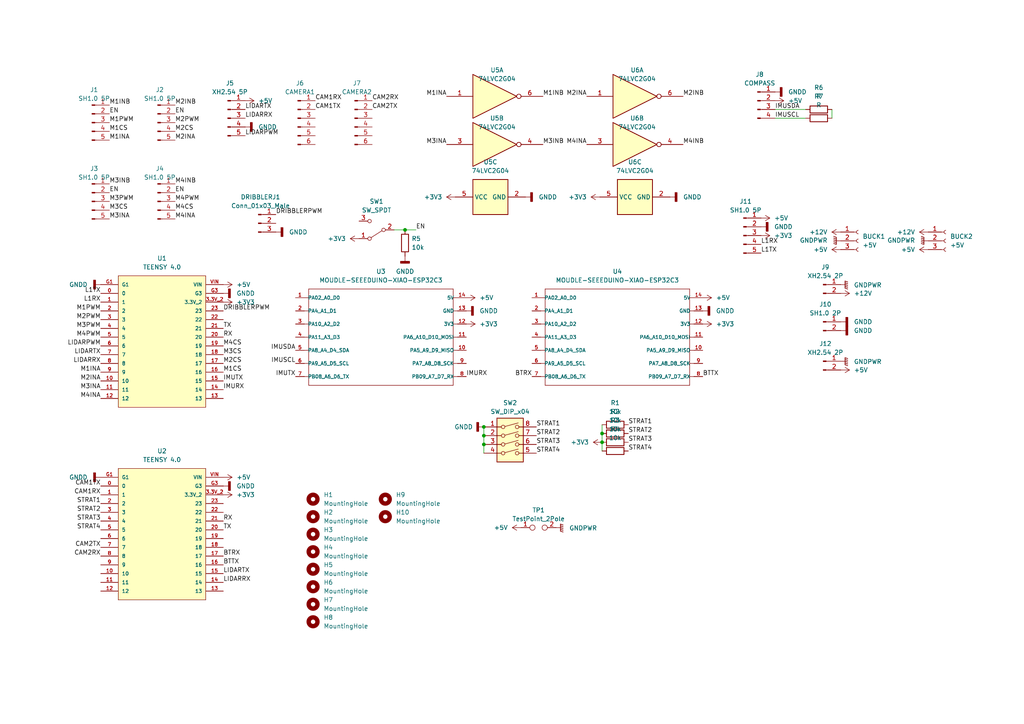
<source format=kicad_sch>
(kicad_sch (version 20230121) (generator eeschema)
  (paper "A4")
  (title_block (title "layer 3 schematic drawing") (date "2023-11-16") (company "ducc. Robotics"))
  (lib_symbols
    (symbol "+12V_1" (power) (pin_names (offset 0))
      (property "Value" "+12V_1" (at 0 3.556 0))
      (symbol "+12V_1_0_1"
        (polyline (pts (xy -0.762 1.27) (xy 0 2.54)))
        (polyline (pts (xy 0 0) (xy 0 2.54)))
        (polyline (pts (xy 0 2.54) (xy 0.762 1.27)))
      )
      (symbol "+12V_1_1_1"
        (pin power_in line (at 0 0 90) (length 0) hide (name "+12V") (number "1"))
      )
    )
    (symbol "+12V_2" (power) (pin_names (offset 0))
      (property "Value" "+12V_2" (at 0 3.556 0))
      (symbol "+12V_2_0_1"
        (polyline (pts (xy -0.762 1.27) (xy 0 2.54)))
        (polyline (pts (xy 0 0) (xy 0 2.54)))
        (polyline (pts (xy 0 2.54) (xy 0.762 1.27)))
      )
      (symbol "+12V_2_1_1"
        (pin power_in line (at 0 0 90) (length 0) hide (name "+12V") (number "1"))
      )
    )
    (symbol "+3V3_1" (power) (pin_names (offset 0))
      (property "Value" "+3V3_1" (at 0 3.556 0))
      (symbol "+3V3_1_0_1"
        (polyline (pts (xy -0.762 1.27) (xy 0 2.54)))
        (polyline (pts (xy 0 0) (xy 0 2.54)))
        (polyline (pts (xy 0 2.54) (xy 0.762 1.27)))
      )
      (symbol "+3V3_1_1_1"
        (pin power_in line (at 0 0 90) (length 0) hide (name "+3V3") (number "1"))
      )
    )
    (symbol "+3V3_2" (power) (pin_names (offset 0))
      (property "Value" "+3V3_2" (at 0 3.556 0))
      (symbol "+3V3_2_0_1"
        (polyline (pts (xy -0.762 1.27) (xy 0 2.54)))
        (polyline (pts (xy 0 0) (xy 0 2.54)))
        (polyline (pts (xy 0 2.54) (xy 0.762 1.27)))
      )
      (symbol "+3V3_2_1_1"
        (pin power_in line (at 0 0 90) (length 0) hide (name "+3V3") (number "1"))
      )
    )
    (symbol "+3V3_3" (power) (pin_names (offset 0))
      (property "Value" "+3V3_3" (at 0 3.556 0))
      (symbol "+3V3_3_0_1"
        (polyline (pts (xy -0.762 1.27) (xy 0 2.54)))
        (polyline (pts (xy 0 0) (xy 0 2.54)))
        (polyline (pts (xy 0 2.54) (xy 0.762 1.27)))
      )
      (symbol "+3V3_3_1_1"
        (pin power_in line (at 0 0 90) (length 0) hide (name "+3V3") (number "1"))
      )
    )
    (symbol "+3V3_4" (power) (pin_names (offset 0))
      (property "Value" "+3V3_4" (at 0 3.556 0))
      (symbol "+3V3_4_0_1"
        (polyline (pts (xy -0.762 1.27) (xy 0 2.54)))
        (polyline (pts (xy 0 0) (xy 0 2.54)))
        (polyline (pts (xy 0 2.54) (xy 0.762 1.27)))
      )
      (symbol "+3V3_4_1_1"
        (pin power_in line (at 0 0 90) (length 0) hide (name "+3V3") (number "1"))
      )
    )
    (symbol "+5V_1" (power) (pin_names (offset 0))
      (property "Value" "+5V_1" (at 0 3.556 0))
      (symbol "+5V_1_0_1"
        (polyline (pts (xy -0.762 1.27) (xy 0 2.54)))
        (polyline (pts (xy 0 0) (xy 0 2.54)))
        (polyline (pts (xy 0 2.54) (xy 0.762 1.27)))
      )
      (symbol "+5V_1_1_1"
        (pin power_in line (at 0 0 90) (length 0) hide (name "+5V") (number "1"))
      )
    )
    (symbol "+5V_2" (power) (pin_names (offset 0))
      (property "Value" "+5V_2" (at 0 3.556 0))
      (symbol "+5V_2_0_1"
        (polyline (pts (xy -0.762 1.27) (xy 0 2.54)))
        (polyline (pts (xy 0 0) (xy 0 2.54)))
        (polyline (pts (xy 0 2.54) (xy 0.762 1.27)))
      )
      (symbol "+5V_2_1_1"
        (pin power_in line (at 0 0 90) (length 0) hide (name "+5V") (number "1"))
      )
    )
    (symbol "+5V_3" (power) (pin_names (offset 0))
      (property "Value" "+5V_3" (at 0 3.556 0))
      (symbol "+5V_3_0_1"
        (polyline (pts (xy -0.762 1.27) (xy 0 2.54)))
        (polyline (pts (xy 0 0) (xy 0 2.54)))
        (polyline (pts (xy 0 2.54) (xy 0.762 1.27)))
      )
      (symbol "+5V_3_1_1"
        (pin power_in line (at 0 0 90) (length 0) hide (name "+5V") (number "1"))
      )
    )
    (symbol "+5V_4" (power) (pin_names (offset 0))
      (property "Value" "+5V_4" (at 0 3.556 0))
      (symbol "+5V_4_0_1"
        (polyline (pts (xy -0.762 1.27) (xy 0 2.54)))
        (polyline (pts (xy 0 0) (xy 0 2.54)))
        (polyline (pts (xy 0 2.54) (xy 0.762 1.27)))
      )
      (symbol "+5V_4_1_1"
        (pin power_in line (at 0 0 90) (length 0) hide (name "+5V") (number "1"))
      )
    )
    (symbol "74xGxx:74LVC2G04"
      (property "Reference" "U" (at 0 7.62 0))
      (property "Value" "74LVC2G04" (at 2.54 -7.62 0))
      (symbol "74LVC2G04_1_1"
        (polyline (pts (xy -7.62 6.35) (xy -7.62 -6.35) (xy 5.08 0) (xy -7.62 6.35)) (stroke (width 0.254)) (fill (type background)))
        (pin input line (at -15.24 0 0) (length 7.62) (name "~") (number "1"))
        (pin output inverted (at 12.7 0 180) (length 7.62) (name "~") (number "6"))
      )
      (symbol "74LVC2G04_2_1"
        (polyline (pts (xy -7.62 6.35) (xy -7.62 -6.35) (xy 5.08 0) (xy -7.62 6.35)) (stroke (width 0.254)) (fill (type background)))
        (pin input line (at -15.24 0 0) (length 7.62) (name "~") (number "3"))
        (pin output inverted (at 12.7 0 180) (length 7.62) (name "~") (number "4"))
      )
      (symbol "74LVC2G04_3_0"
        (rectangle (start -5.08 -5.08) (end 5.08 5.08) (stroke (width 0.254)) (fill (type background)))
      )
      (symbol "74LVC2G04_3_1"
        (pin power_in line (at 0 -10.16 90) (length 5.08) (name "GND") (number "2"))
        (pin power_in line (at 0 10.16 270) (length 5.08) (name "VCC") (number "5"))
      )
    )
    (symbol "Connector:Conn_01x02_Pin" (pin_names (offset 1.016) hide)
      (property "Reference" "J" (at 0 2.54 0))
      (property "Value" "Conn_01x02_Pin" (at 0 -5.08 0))
      (symbol "Conn_01x02_Pin_1_1"
        (polyline (pts (xy 1.27 -2.54) (xy 0.8636 -2.54)) (stroke (width 0.1524)))
        (polyline (pts (xy 1.27 0) (xy 0.8636 0)) (stroke (width 0.1524)))
        (rectangle (start 0.8636 -2.413) (end 0 -2.667) (stroke (width 0.1524)) (fill (type outline)))
        (rectangle (start 0.8636 0.127) (end 0 -0.127) (stroke (width 0.1524)) (fill (type outline)))
        (pin passive line (at 5.08 0 180) (length 3.81) (name "Pin_1") (number "1"))
        (pin passive line (at 5.08 -2.54 180) (length 3.81) (name "Pin_2") (number "2"))
      )
    )
    (symbol "Connector:Conn_01x03_Female" (pin_names (offset 1.016) hide)
      (property "Reference" "J" (at 0 5.08 0))
      (property "Value" "Conn_01x03_Female" (at 0 -5.08 0))
      (symbol "Conn_01x03_Female_1_1"
        (arc (start 0 -2.032) (mid -0.5058 -2.54) (end 0 -3.048) (stroke (width 0.1524)))
        (polyline (pts (xy -1.27 -2.54) (xy -0.508 -2.54)) (stroke (width 0.1524)))
        (polyline (pts (xy -1.27 0) (xy -0.508 0)) (stroke (width 0.1524)))
        (polyline (pts (xy -1.27 2.54) (xy -0.508 2.54)) (stroke (width 0.1524)))
        (arc (start 0 0.508) (mid -0.5058 0) (end 0 -0.508) (stroke (width 0.1524)))
        (arc (start 0 3.048) (mid -0.5058 2.54) (end 0 2.032) (stroke (width 0.1524)))
        (pin passive line (at -5.08 2.54 0) (length 3.81) (name "Pin_1") (number "1"))
        (pin passive line (at -5.08 0 0) (length 3.81) (name "Pin_2") (number "2"))
        (pin passive line (at -5.08 -2.54 0) (length 3.81) (name "Pin_3") (number "3"))
      )
    )
    (symbol "Connector:Conn_01x03_Male" (pin_names (offset 1.016) hide)
      (property "Reference" "J" (at 0 5.08 0))
      (property "Value" "Conn_01x03_Male" (at 0 -5.08 0))
      (symbol "Conn_01x03_Male_1_1"
        (polyline (pts (xy 1.27 -2.54) (xy 0.8636 -2.54)) (stroke (width 0.1524)))
        (polyline (pts (xy 1.27 0) (xy 0.8636 0)) (stroke (width 0.1524)))
        (polyline (pts (xy 1.27 2.54) (xy 0.8636 2.54)) (stroke (width 0.1524)))
        (rectangle (start 0.8636 -2.413) (end 0 -2.667) (stroke (width 0.1524)) (fill (type outline)))
        (rectangle (start 0.8636 0.127) (end 0 -0.127) (stroke (width 0.1524)) (fill (type outline)))
        (rectangle (start 0.8636 2.667) (end 0 2.413) (stroke (width 0.1524)) (fill (type outline)))
        (pin passive line (at 5.08 2.54 180) (length 3.81) (name "Pin_1") (number "1"))
        (pin passive line (at 5.08 0 180) (length 3.81) (name "Pin_2") (number "2"))
        (pin passive line (at 5.08 -2.54 180) (length 3.81) (name "Pin_3") (number "3"))
      )
    )
    (symbol "Connector:Conn_01x04_Pin" (pin_names (offset 1.016) hide)
      (property "Reference" "J" (at 0 5.08 0))
      (property "Value" "Conn_01x04_Pin" (at 0 -7.62 0))
      (symbol "Conn_01x04_Pin_1_1"
        (polyline (pts (xy 1.27 -5.08) (xy 0.8636 -5.08)) (stroke (width 0.1524)))
        (polyline (pts (xy 1.27 -2.54) (xy 0.8636 -2.54)) (stroke (width 0.1524)))
        (polyline (pts (xy 1.27 0) (xy 0.8636 0)) (stroke (width 0.1524)))
        (polyline (pts (xy 1.27 2.54) (xy 0.8636 2.54)) (stroke (width 0.1524)))
        (rectangle (start 0.8636 -4.953) (end 0 -5.207) (stroke (width 0.1524)) (fill (type outline)))
        (rectangle (start 0.8636 -2.413) (end 0 -2.667) (stroke (width 0.1524)) (fill (type outline)))
        (rectangle (start 0.8636 0.127) (end 0 -0.127) (stroke (width 0.1524)) (fill (type outline)))
        (rectangle (start 0.8636 2.667) (end 0 2.413) (stroke (width 0.1524)) (fill (type outline)))
        (pin passive line (at 5.08 2.54 180) (length 3.81) (name "Pin_1") (number "1"))
        (pin passive line (at 5.08 0 180) (length 3.81) (name "Pin_2") (number "2"))
        (pin passive line (at 5.08 -2.54 180) (length 3.81) (name "Pin_3") (number "3"))
        (pin passive line (at 5.08 -5.08 180) (length 3.81) (name "Pin_4") (number "4"))
      )
    )
    (symbol "Connector:Conn_01x05_Male" (pin_names (offset 1.016) hide)
      (property "Reference" "J" (at 0 7.62 0))
      (property "Value" "Conn_01x05_Male" (at 0 -7.62 0))
      (symbol "Conn_01x05_Male_1_1"
        (polyline (pts (xy 1.27 -5.08) (xy 0.8636 -5.08)) (stroke (width 0.1524)))
        (polyline (pts (xy 1.27 -2.54) (xy 0.8636 -2.54)) (stroke (width 0.1524)))
        (polyline (pts (xy 1.27 0) (xy 0.8636 0)) (stroke (width 0.1524)))
        (polyline (pts (xy 1.27 2.54) (xy 0.8636 2.54)) (stroke (width 0.1524)))
        (polyline (pts (xy 1.27 5.08) (xy 0.8636 5.08)) (stroke (width 0.1524)))
        (rectangle (start 0.8636 -4.953) (end 0 -5.207) (stroke (width 0.1524)) (fill (type outline)))
        (rectangle (start 0.8636 -2.413) (end 0 -2.667) (stroke (width 0.1524)) (fill (type outline)))
        (rectangle (start 0.8636 0.127) (end 0 -0.127) (stroke (width 0.1524)) (fill (type outline)))
        (rectangle (start 0.8636 2.667) (end 0 2.413) (stroke (width 0.1524)) (fill (type outline)))
        (rectangle (start 0.8636 5.207) (end 0 4.953) (stroke (width 0.1524)) (fill (type outline)))
        (pin passive line (at 5.08 5.08 180) (length 3.81) (name "Pin_1") (number "1"))
        (pin passive line (at 5.08 2.54 180) (length 3.81) (name "Pin_2") (number "2"))
        (pin passive line (at 5.08 0 180) (length 3.81) (name "Pin_3") (number "3"))
        (pin passive line (at 5.08 -2.54 180) (length 3.81) (name "Pin_4") (number "4"))
        (pin passive line (at 5.08 -5.08 180) (length 3.81) (name "Pin_5") (number "5"))
      )
    )
    (symbol "Connector:Conn_01x05_Pin" (pin_names (offset 1.016) hide)
      (property "Reference" "J" (at 0 7.62 0))
      (property "Value" "Conn_01x05_Pin" (at 0 -7.62 0))
      (symbol "Conn_01x05_Pin_1_1"
        (polyline (pts (xy 1.27 -5.08) (xy 0.8636 -5.08)) (stroke (width 0.1524)))
        (polyline (pts (xy 1.27 -2.54) (xy 0.8636 -2.54)) (stroke (width 0.1524)))
        (polyline (pts (xy 1.27 0) (xy 0.8636 0)) (stroke (width 0.1524)))
        (polyline (pts (xy 1.27 2.54) (xy 0.8636 2.54)) (stroke (width 0.1524)))
        (polyline (pts (xy 1.27 5.08) (xy 0.8636 5.08)) (stroke (width 0.1524)))
        (rectangle (start 0.8636 -4.953) (end 0 -5.207) (stroke (width 0.1524)) (fill (type outline)))
        (rectangle (start 0.8636 -2.413) (end 0 -2.667) (stroke (width 0.1524)) (fill (type outline)))
        (rectangle (start 0.8636 0.127) (end 0 -0.127) (stroke (width 0.1524)) (fill (type outline)))
        (rectangle (start 0.8636 2.667) (end 0 2.413) (stroke (width 0.1524)) (fill (type outline)))
        (rectangle (start 0.8636 5.207) (end 0 4.953) (stroke (width 0.1524)) (fill (type outline)))
        (pin passive line (at 5.08 5.08 180) (length 3.81) (name "Pin_1") (number "1"))
        (pin passive line (at 5.08 2.54 180) (length 3.81) (name "Pin_2") (number "2"))
        (pin passive line (at 5.08 0 180) (length 3.81) (name "Pin_3") (number "3"))
        (pin passive line (at 5.08 -2.54 180) (length 3.81) (name "Pin_4") (number "4"))
        (pin passive line (at 5.08 -5.08 180) (length 3.81) (name "Pin_5") (number "5"))
      )
    )
    (symbol "Connector:Conn_01x06_Male" (pin_names (offset 1.016) hide)
      (property "Reference" "J" (at 0 7.62 0))
      (property "Value" "Conn_01x06_Male" (at 0 -10.16 0))
      (symbol "Conn_01x06_Male_1_1"
        (polyline (pts (xy 1.27 -7.62) (xy 0.8636 -7.62)) (stroke (width 0.1524)))
        (polyline (pts (xy 1.27 -5.08) (xy 0.8636 -5.08)) (stroke (width 0.1524)))
        (polyline (pts (xy 1.27 -2.54) (xy 0.8636 -2.54)) (stroke (width 0.1524)))
        (polyline (pts (xy 1.27 0) (xy 0.8636 0)) (stroke (width 0.1524)))
        (polyline (pts (xy 1.27 2.54) (xy 0.8636 2.54)) (stroke (width 0.1524)))
        (polyline (pts (xy 1.27 5.08) (xy 0.8636 5.08)) (stroke (width 0.1524)))
        (rectangle (start 0.8636 -7.493) (end 0 -7.747) (stroke (width 0.1524)) (fill (type outline)))
        (rectangle (start 0.8636 -4.953) (end 0 -5.207) (stroke (width 0.1524)) (fill (type outline)))
        (rectangle (start 0.8636 -2.413) (end 0 -2.667) (stroke (width 0.1524)) (fill (type outline)))
        (rectangle (start 0.8636 0.127) (end 0 -0.127) (stroke (width 0.1524)) (fill (type outline)))
        (rectangle (start 0.8636 2.667) (end 0 2.413) (stroke (width 0.1524)) (fill (type outline)))
        (rectangle (start 0.8636 5.207) (end 0 4.953) (stroke (width 0.1524)) (fill (type outline)))
        (pin passive line (at 5.08 5.08 180) (length 3.81) (name "Pin_1") (number "1"))
        (pin passive line (at 5.08 2.54 180) (length 3.81) (name "Pin_2") (number "2"))
        (pin passive line (at 5.08 0 180) (length 3.81) (name "Pin_3") (number "3"))
        (pin passive line (at 5.08 -2.54 180) (length 3.81) (name "Pin_4") (number "4"))
        (pin passive line (at 5.08 -5.08 180) (length 3.81) (name "Pin_5") (number "5"))
        (pin passive line (at 5.08 -7.62 180) (length 3.81) (name "Pin_6") (number "6"))
      )
    )
    (symbol "Connector:TestPoint_2Pole" (pin_names (offset 0.762) hide)
      (property "Reference" "TP" (at 0 1.524 0))
      (property "Value" "TestPoint_2Pole" (at 0 -1.778 0))
      (symbol "TestPoint_2Pole_0_1"
        (circle (center -1.778 0) (radius 0.762))
        (circle (center 1.778 0) (radius 0.762))
        (pin passive line (at -5.08 0 0) (length 2.54) (name "1") (number "1"))
        (pin passive line (at 5.08 0 180) (length 2.54) (name "2") (number "2"))
      )
    )
    (symbol "DEV-15583:DEV-15583" (pin_names (offset 1.016))
      (property "Reference" "U" (at -12.7 23.622 0))
      (property "Value" "DEV-15583" (at -12.7 -17.78 0))
      (symbol "DEV-15583_0_0"
        (rectangle (start -12.7 22.86) (end 12.7 -15.24) (stroke (width 0.1524)) (fill (type background)))
        (pin bidirectional line (at -17.78 17.78 0) (length 5.08) (name "0") (number "0"))
        (pin bidirectional line (at -17.78 15.24 0) (length 5.08) (name "1") (number "1"))
        (pin bidirectional line (at -17.78 -7.62 0) (length 5.08) (name "10") (number "10"))
        (pin bidirectional line (at -17.78 -10.16 0) (length 5.08) (name "11") (number "11"))
        (pin bidirectional line (at -17.78 -12.7 0) (length 5.08) (name "12") (number "12"))
        (pin bidirectional line (at 17.78 -12.7 180) (length 5.08) (name "13") (number "13"))
        (pin bidirectional line (at 17.78 -10.16 180) (length 5.08) (name "14") (number "14"))
        (pin bidirectional line (at 17.78 -7.62 180) (length 5.08) (name "15") (number "15"))
        (pin bidirectional line (at 17.78 -5.08 180) (length 5.08) (name "16") (number "16"))
        (pin bidirectional line (at 17.78 -2.54 180) (length 5.08) (name "17") (number "17"))
        (pin bidirectional line (at 17.78 0 180) (length 5.08) (name "18") (number "18"))
        (pin bidirectional line (at 17.78 2.54 180) (length 5.08) (name "19") (number "19"))
        (pin bidirectional line (at -17.78 12.7 0) (length 5.08) (name "2") (number "2"))
        (pin bidirectional line (at 17.78 5.08 180) (length 5.08) (name "20") (number "20"))
        (pin bidirectional line (at 17.78 7.62 180) (length 5.08) (name "21") (number "21"))
        (pin bidirectional line (at 17.78 10.16 180) (length 5.08) (name "22") (number "22"))
        (pin bidirectional line (at 17.78 12.7 180) (length 5.08) (name "23") (number "23"))
        (pin bidirectional line (at -17.78 10.16 0) (length 5.08) (name "3") (number "3"))
        (pin power_in line (at 17.78 15.24 180) (length 5.08) (name "3.3V_2") (number "3.3V_2"))
        (pin bidirectional line (at -17.78 7.62 0) (length 5.08) (name "4") (number "4"))
        (pin bidirectional line (at -17.78 5.08 0) (length 5.08) (name "5") (number "5"))
        (pin bidirectional line (at -17.78 2.54 0) (length 5.08) (name "6") (number "6"))
        (pin bidirectional line (at -17.78 0 0) (length 5.08) (name "7") (number "7"))
        (pin bidirectional line (at -17.78 -2.54 0) (length 5.08) (name "8") (number "8"))
        (pin bidirectional line (at -17.78 -5.08 0) (length 5.08) (name "9") (number "9"))
        (pin power_in line (at -17.78 20.32 0) (length 5.08) (name "G1") (number "G1"))
        (pin power_in line (at 17.78 17.78 180) (length 5.08) (name "G3") (number "G3"))
        (pin power_in line (at 17.78 20.32 180) (length 5.08) (name "VIN") (number "VIN"))
      )
    )
    (symbol "Device:R" (pin_numbers hide) (pin_names (offset 0))
      (property "Reference" "R" (at 2.032 0 90))
      (property "Value" "R" (at 0 0 90))
      (symbol "R_0_1"
        (rectangle (start -1.016 -2.54) (end 1.016 2.54) (stroke (width 0.254)))
      )
      (symbol "R_1_1"
        (pin passive line (at 0 3.81 270) (length 1.27) (name "~") (number "1"))
        (pin passive line (at 0 -3.81 90) (length 1.27) (name "~") (number "2"))
      )
    )
    (symbol "MOUDLE-SEEEDUINO-XIAO-ESP32C3:MOUDLE-SEEEDUINO-XIAO-ESP32C3" (pin_names (offset 1.016))
      (property "Reference" "U" (at -21.59 15.24 0))
      (property "Value" "MOUDLE-SEEEDUINO-XIAO-ESP32C3" (at -21.59 13.97 0))
      (symbol "MOUDLE-SEEEDUINO-XIAO-ESP32C3_0_0"
        (polyline (pts (xy -21.59 -13.97) (xy -21.59 0)) (stroke (width 0.1524)))
        (polyline (pts (xy -21.59 -11.43) (xy -22.86 -11.43)) (stroke (width 0.1524)))
        (polyline (pts (xy -21.59 -7.62) (xy -22.86 -7.62)) (stroke (width 0.1524)))
        (polyline (pts (xy -21.59 -3.81) (xy -22.86 -3.81)) (stroke (width 0.1524)))
        (polyline (pts (xy -21.59 0) (xy -22.86 0)) (stroke (width 0.1524)))
        (polyline (pts (xy -21.59 0) (xy -21.59 3.81)) (stroke (width 0.1524)))
        (polyline (pts (xy -21.59 3.81) (xy -22.86 3.81)) (stroke (width 0.1524)))
        (polyline (pts (xy -21.59 3.81) (xy -21.59 7.62)) (stroke (width 0.1524)))
        (polyline (pts (xy -21.59 7.62) (xy -22.86 7.62)) (stroke (width 0.1524)))
        (polyline (pts (xy -21.59 7.62) (xy -21.59 11.43)) (stroke (width 0.1524)))
        (polyline (pts (xy -21.59 11.43) (xy -22.86 11.43)) (stroke (width 0.1524)))
        (polyline (pts (xy -21.59 11.43) (xy -21.59 13.97)) (stroke (width 0.1524)))
        (polyline (pts (xy -21.59 13.97) (xy 20.32 13.97)) (stroke (width 0.1524)))
        (polyline (pts (xy 20.32 -13.97) (xy -21.59 -13.97)) (stroke (width 0.1524)))
        (polyline (pts (xy 20.32 3.81) (xy 20.32 -13.97)) (stroke (width 0.1524)))
        (polyline (pts (xy 20.32 7.62) (xy 20.32 3.81)) (stroke (width 0.1524)))
        (polyline (pts (xy 20.32 11.43) (xy 20.32 7.62)) (stroke (width 0.1524)))
        (polyline (pts (xy 20.32 13.97) (xy 20.32 11.43)) (stroke (width 0.1524)))
        (polyline (pts (xy 21.59 -11.43) (xy 20.32 -11.43)) (stroke (width 0.1524)))
        (polyline (pts (xy 21.59 -7.62) (xy 20.32 -7.62)) (stroke (width 0.1524)))
        (polyline (pts (xy 21.59 -3.81) (xy 20.32 -3.81)) (stroke (width 0.1524)))
        (polyline (pts (xy 21.59 0) (xy 20.32 0)) (stroke (width 0.1524)))
        (polyline (pts (xy 21.59 3.81) (xy 20.32 3.81)) (stroke (width 0.1524)))
        (polyline (pts (xy 21.59 7.62) (xy 20.32 7.62)) (stroke (width 0.1524)))
        (polyline (pts (xy 21.59 11.43) (xy 20.32 11.43)) (stroke (width 0.1524)))
        (pin bidirectional line (at -25.4 11.43 0) (length 2.54) (name "PA02_A0_D0") (number "1"))
        (pin bidirectional line (at 24.13 -3.81 180) (length 2.54) (name "PA5_A9_D9_MISO") (number "10"))
        (pin bidirectional line (at 24.13 0 180) (length 2.54) (name "PA6_A10_D10_MOSI") (number "11"))
        (pin bidirectional line (at 24.13 3.81 180) (length 2.54) (name "3V3") (number "12"))
        (pin bidirectional line (at 24.13 7.62 180) (length 2.54) (name "GND") (number "13"))
        (pin bidirectional line (at 24.13 11.43 180) (length 2.54) (name "5V") (number "14"))
        (pin bidirectional line (at -25.4 7.62 0) (length 2.54) (name "PA4_A1_D1") (number "2"))
        (pin bidirectional line (at -25.4 3.81 0) (length 2.54) (name "PA10_A2_D2") (number "3"))
        (pin bidirectional line (at -25.4 0 0) (length 2.54) (name "PA11_A3_D3") (number "4"))
        (pin bidirectional line (at -25.4 -3.81 0) (length 2.54) (name "PA8_A4_D4_SDA") (number "5"))
        (pin bidirectional line (at -25.4 -7.62 0) (length 2.54) (name "PA9_A5_D5_SCL") (number "6"))
        (pin bidirectional line (at -25.4 -11.43 0) (length 2.54) (name "PB08_A6_D6_TX") (number "7"))
        (pin bidirectional line (at 24.13 -11.43 180) (length 2.54) (name "PB09_A7_D7_RX") (number "8"))
        (pin bidirectional line (at 24.13 -7.62 180) (length 2.54) (name "PA7_A8_D8_SCK") (number "9"))
      )
    )
    (symbol "Mechanical:MountingHole" (pin_names (offset 1.016))
      (property "Reference" "H" (at 0 5.08 0))
      (property "Value" "MountingHole" (at 0 3.175 0))
      (symbol "MountingHole_0_1"
        (circle (center 0 0) (radius 1.27) (stroke (width 1.27)))
      )
    )
    (symbol "Switch:SW_DIP_x04" (pin_names (offset 0) hide)
      (property "Reference" "SW" (at 0 8.89 0))
      (property "Value" "SW_DIP_x04" (at 0 -6.35 0))
      (symbol "SW_DIP_x04_0_0"
        (circle (center -2.032 -2.54) (radius 0.508))
        (circle (center -2.032 0) (radius 0.508))
        (circle (center -2.032 2.54) (radius 0.508))
        (circle (center -2.032 5.08) (radius 0.508))
        (polyline (pts (xy -1.524 -2.3876) (xy 2.3622 -1.3462)))
        (polyline (pts (xy -1.524 0.127) (xy 2.3622 1.1684)))
        (polyline (pts (xy -1.524 2.667) (xy 2.3622 3.7084)))
        (polyline (pts (xy -1.524 5.207) (xy 2.3622 6.2484)))
        (circle (center 2.032 -2.54) (radius 0.508))
        (circle (center 2.032 0) (radius 0.508))
        (circle (center 2.032 2.54) (radius 0.508))
        (circle (center 2.032 5.08) (radius 0.508))
      )
      (symbol "SW_DIP_x04_0_1"
        (rectangle (start -3.81 7.62) (end 3.81 -5.08) (stroke (width 0.254)) (fill (type background)))
      )
      (symbol "SW_DIP_x04_1_1"
        (pin passive line (at -7.62 5.08 0) (length 5.08) (name "~") (number "1"))
        (pin passive line (at -7.62 2.54 0) (length 5.08) (name "~") (number "2"))
        (pin passive line (at -7.62 0 0) (length 5.08) (name "~") (number "3"))
        (pin passive line (at -7.62 -2.54 0) (length 5.08) (name "~") (number "4"))
        (pin passive line (at 7.62 -2.54 180) (length 5.08) (name "~") (number "5"))
        (pin passive line (at 7.62 0 180) (length 5.08) (name "~") (number "6"))
        (pin passive line (at 7.62 2.54 180) (length 5.08) (name "~") (number "7"))
        (pin passive line (at 7.62 5.08 180) (length 5.08) (name "~") (number "8"))
      )
    )
    (symbol "Switch:SW_SPDT" (pin_names (offset 0) hide)
      (property "Reference" "SW" (at 0 4.318 0))
      (property "Value" "SW_SPDT" (at 0 -5.08 0))
      (symbol "SW_SPDT_0_0"
        (circle (center -2.032 0) (radius 0.508))
        (circle (center 2.032 -2.54) (radius 0.508))
      )
      (symbol "SW_SPDT_0_1"
        (polyline (pts (xy -1.524 0.254) (xy 1.651 2.286)))
        (circle (center 2.032 2.54) (radius 0.508))
      )
      (symbol "SW_SPDT_1_1"
        (pin passive line (at 5.08 2.54 180) (length 2.54) (name "A") (number "1"))
        (pin passive line (at -5.08 0 0) (length 2.54) (name "B") (number "2"))
        (pin passive line (at 5.08 -2.54 180) (length 2.54) (name "C") (number "3"))
      )
    )
    (symbol "power:+3V3" (power) (pin_names (offset 0))
      (property "Value" "+3V3" (at 0 3.556 0))
      (symbol "+3V3_0_1"
        (polyline (pts (xy -0.762 1.27) (xy 0 2.54)))
        (polyline (pts (xy 0 0) (xy 0 2.54)))
        (polyline (pts (xy 0 2.54) (xy 0.762 1.27)))
      )
      (symbol "+3V3_1_1"
        (pin power_in line (at 0 0 90) (length 0) hide (name "+3V3") (number "1"))
      )
    )
    (symbol "power:+5V" (power) (pin_names (offset 0))
      (property "Value" "+5V" (at 0 3.556 0))
      (symbol "+5V_0_1"
        (polyline (pts (xy -0.762 1.27) (xy 0 2.54)))
        (polyline (pts (xy 0 0) (xy 0 2.54)))
        (polyline (pts (xy 0 2.54) (xy 0.762 1.27)))
      )
      (symbol "+5V_1_1"
        (pin power_in line (at 0 0 90) (length 0) hide (name "+5V") (number "1"))
      )
    )
    (symbol "power:GNDD" (power) (pin_names (offset 0))
      (property "Value" "GNDD" (at 0 -3.175 0))
      (symbol "GNDD_0_1"
        (rectangle (start -1.27 -1.524) (end 1.27 -2.032) (stroke (width 0.254)) (fill (type outline)))
        (polyline (pts (xy 0 0) (xy 0 -1.524)))
      )
      (symbol "GNDD_1_1"
        (pin power_in line (at 0 0 270) (length 0) hide (name "GNDD") (number "1"))
      )
    )
    (symbol "power:GNDPWR" (power) (pin_names (offset 0))
      (property "Value" "GNDPWR" (at 0 -3.302 0))
      (symbol "GNDPWR_0_1"
        (polyline (pts (xy 0 -1.27) (xy 0 0)))
        (polyline (pts (xy -1.016 -1.27) (xy -1.27 -2.032) (xy -1.27 -2.032)) (stroke (width 0.2032)))
        (polyline (pts (xy -0.508 -1.27) (xy -0.762 -2.032) (xy -0.762 -2.032)) (stroke (width 0.2032)))
        (polyline (pts (xy 0 -1.27) (xy -0.254 -2.032) (xy -0.254 -2.032)) (stroke (width 0.2032)))
        (polyline (pts (xy 0.508 -1.27) (xy 0.254 -2.032) (xy 0.254 -2.032)) (stroke (width 0.2032)))
        (polyline (pts (xy 1.016 -1.27) (xy -1.016 -1.27) (xy -1.016 -1.27)) (stroke (width 0.2032)))
        (polyline (pts (xy 1.016 -1.27) (xy 0.762 -2.032) (xy 0.762 -2.032) (xy 0.762 -2.032)) (stroke (width 0.2032)))
      )
      (symbol "GNDPWR_1_1"
        (pin power_in line (at 0 0 270) (length 0) hide (name "GNDPWR") (number "1"))
      )
    )
  )
  (junction (at 140.335 123.825))
  (junction (at 174.625 125.73))
  (junction (at 140.335 126.365))
  (junction (at 117.475 66.675))
  (junction (at 140.335 128.905))
  (junction (at 174.625 128.27))
  (wire (pts (xy 224.79 34.29) (xy 233.68 34.29)))
  (wire (pts (xy 117.475 66.675) (xy 120.65 66.675)))
  (wire (pts (xy 140.335 123.825) (xy 140.335 126.365)))
  (wire (pts (xy 174.625 128.27) (xy 174.625 130.81)))
  (wire (pts (xy 241.3 31.75) (xy 241.3 34.29)))
  (wire (pts (xy 174.625 123.19) (xy 174.625 125.73)))
  (wire (pts (xy 114.3 66.675) (xy 117.475 66.675)))
  (wire (pts (xy 140.335 128.905) (xy 140.335 131.445)))
  (wire (pts (xy 140.335 126.365) (xy 140.335 128.905)))
  (wire (pts (xy 224.79 31.75) (xy 233.68 31.75)))
  (wire (pts (xy 174.625 125.73) (xy 174.625 128.27)))
  (label "M3INA" (at 29.21 113.03 180))
  (label "LIDARTX" (at 71.12 31.75 0))
  (label "M3INA" (at 129.54 41.91 180))
  (label "M4INA" (at 29.21 115.57 180))
  (label "M4CS" (at 64.77 100.33 0))
  (label "CAM2RX" (at 29.21 161.29 180))
  (label "M1CS" (at 31.75 38.1 0))
  (label "L1TX" (at 29.21 85.09 180))
  (label "IMURX" (at 135.255 109.22 0))
  (label "M4INB" (at 198.12 41.91 0))
  (label "BTRX" (at 64.77 161.29 0))
  (label "M4PWM" (at 29.21 97.79 180))
  (label "CAM1RX" (at 91.44 29.21 0))
  (label "M2PWM" (at 29.21 92.71 180))
  (label "M4CS" (at 50.8 60.96 0))
  (label "IMUTX" (at 85.725 109.22 180))
  (label "M2INB" (at 50.8 30.48 0))
  (label "CAM2RX" (at 107.95 29.21 0))
  (label "STRAT3" (at 155.575 128.905 0))
  (label "TX" (at 64.77 153.67 0))
  (label "LIDARRX" (at 71.12 34.29 0))
  (label "CAM1TX" (at 91.44 31.75 0))
  (label "M1INB" (at 157.48 27.94 0))
  (label "LIDARTX" (at 29.21 102.87 180))
  (label "M2INA" (at 170.18 27.94 180))
  (label "M3INB" (at 31.75 53.34 0))
  (label "EN" (at 31.75 33.02 0))
  (label "STRAT3" (at 182.245 128.27 0))
  (label "EN" (at 31.75 55.88 0))
  (label "IMURX" (at 64.77 113.03 0))
  (label "RX" (at 64.77 151.13 0))
  (label "M2CS" (at 64.77 105.41 0))
  (label "LIDARPWM" (at 71.12 39.37 0))
  (label "BTTX" (at 203.835 109.22 0))
  (label "M1PWM" (at 29.21 90.17 180))
  (label "IMUTX" (at 64.77 110.49 0))
  (label "M4PWM" (at 50.8 58.42 0))
  (label "L1RX" (at 29.21 87.63 180))
  (label "STRAT3" (at 29.21 151.13 180))
  (label "M3INB" (at 157.48 41.91 0))
  (label "IMUSDA" (at 224.79 31.75 0))
  (label "M2PWM" (at 50.8 35.56 0))
  (label "M1INA" (at 29.21 107.95 180))
  (label "STRAT1" (at 155.575 123.825 0))
  (label "M2INB" (at 198.12 27.94 0))
  (label "STRAT4" (at 182.245 130.81 0))
  (label "M4INB" (at 50.8 53.34 0))
  (label "IMUSCL" (at 85.725 105.41 180))
  (label "STRAT1" (at 29.21 146.05 180))
  (label "M4INA" (at 50.8 63.5 0))
  (label "STRAT2" (at 155.575 126.365 0))
  (label "LIDARRX" (at 64.77 168.91 0))
  (label "DRIBBLERPWM" (at 64.77 90.17 0))
  (label "M3PWM" (at 29.21 95.25 180))
  (label "M3CS" (at 64.77 102.87 0))
  (label "M3INA" (at 31.75 63.5 0))
  (label "M2CS" (at 50.8 38.1 0))
  (label "STRAT2" (at 29.21 148.59 180))
  (label "M2INA" (at 50.8 40.64 0))
  (label "LIDARPWM" (at 29.21 100.33 180))
  (label "EN" (at 50.8 55.88 0))
  (label "LIDARTX" (at 64.77 166.37 0))
  (label "M4INA" (at 170.18 41.91 180))
  (label "CAM2TX" (at 29.21 158.75 180))
  (label "STRAT4" (at 29.21 153.67 180))
  (label "STRAT4" (at 155.575 131.445 0))
  (label "EN" (at 50.8 33.02 0))
  (label "TX" (at 64.77 95.25 0))
  (label "EN" (at 120.65 66.675 0))
  (label "M3CS" (at 31.75 60.96 0))
  (label "M1PWM" (at 31.75 35.56 0))
  (label "BTTX" (at 64.77 163.83 0))
  (label "M1INB" (at 31.75 30.48 0))
  (label "M1INA" (at 31.75 40.64 0))
  (label "L1TX" (at 220.726 73.406 0))
  (label "M1CS" (at 64.77 107.95 0))
  (label "M3PWM" (at 31.75 58.42 0))
  (label "RX" (at 64.77 97.79 0))
  (label "DRIBBLERPWM" (at 80.01 62.23 0))
  (label "L1RX" (at 220.726 70.866 0))
  (label "CAM1RX" (at 29.21 143.51 180))
  (label "IMUSCL" (at 224.79 34.29 0))
  (label "STRAT2" (at 182.245 125.73 0))
  (label "BTRX" (at 154.305 109.22 180))
  (label "CAM1TX" (at 29.21 140.97 180))
  (label "LIDARRX" (at 29.21 105.41 180))
  (label "CAM2TX" (at 107.95 31.75 0))
  (label "STRAT1" (at 182.245 123.19 0))
  (label "M2INA" (at 29.21 110.49 180))
  (label "IMUSDA" (at 85.725 101.6 180))
  (label "M1INA" (at 129.54 27.94 180))
  (symbol (lib_id "power:GNDPWR") (at 269.24 69.85 270) (unit 1)
    (property "Reference" "#PWR039" (effects hide))
    (property "Value" "GNDPWR" (at 265.43 69.723 90) (effects (justify right)))
  )
  (symbol (lib_id "Mechanical:MountingHole") (at 90.805 144.78 0) (unit 1)
    (property "Reference" "H1" (at 93.853 143.5099 0) (effects (justify left)))
    (property "Value" "MountingHole" (at 93.853 146.0499 0) (effects (justify left)))
    (property "Footprint" "MountingHole:MountingHole_3.2mm_M3_Pad" (effects hide))
  )
  (symbol (lib_id "74xGxx:74LVC2G04") (at 144.78 41.91 0) (unit 2)
    (property "Reference" "U5" (at 144.145 34.29 0))
    (property "Value" "74LVC2G04" (at 144.145 36.83 0))
    (property "Footprint" "Package_TO_SOT_SMD:SOT-23-6" (effects hide))
    (property "Datasheet" "http://www.ti.com/lit/sg/scyt129e/scyt129e.pdf" (effects hide))
  )
  (symbol (lib_id "power:GNDD") (at 152.4 57.15 90) (unit 1)
    (property "Reference" "#PWR025" (effects hide))
    (property "Value" "GNDD" (at 156.21 57.15 90) (effects (justify right)))
  )
  (symbol (lib_name "+12V_2") (lib_id "power:+12V") (at 243.84 67.31 90) (unit 1)
    (property "Reference" "#PWR037" (effects hide))
    (property "Value" "+12V" (at 240.03 67.31 90) (effects (justify left)))
  )
  (symbol (lib_id "power:GNDD") (at 220.726 65.786 90) (unit 1)
    (property "Reference" "#PWR023" (effects hide))
    (property "Value" "GNDD" (at 224.536 65.786 90) (effects (justify right)))
  )
  (symbol (lib_name "+5V_3") (lib_id "power:+5V") (at 224.79 29.21 270) (unit 1)
    (property "Reference" "#PWR049" (effects hide))
    (property "Value" "+5V" (at 228.6 29.21 90) (effects (justify left)))
  )
  (symbol (lib_id "DEV-15583:DEV-15583") (at 46.99 158.75 0) (unit 1)
    (property "Reference" "U2" (at 46.99 130.81 0))
    (property "Value" "TEENSY 4.0" (at 46.99 133.35 0))
    (property "Footprint" "MODULE_DEV-15583" (effects hide))
    (property "MANUFACTURER" "Sparkfun" (effects hide))
    (property "MAXIMUM_PACKAGE_HEIGHT" "5.87mm" (effects hide))
    (property "STANDARD" "Manufacturer Recommendations" (effects hide))
  )
  (symbol (lib_id "Connector:Conn_01x04_Pin") (at 219.71 29.21 0) (unit 1)
    (property "Reference" "J8" (at 220.345 21.59 0))
    (property "Value" "COMPASS" (at 220.345 24.13 0))
    (property "Footprint" "Connector_JST:JST_SH_BM04B-SRSS-TB_1x04-1MP_P1.00mm_Vertical" (effects hide))
  )
  (symbol (lib_name "+5V_4") (lib_id "power:+5V") (at 151.13 153.035 90) (unit 1)
    (property "Reference" "#PWR038" (effects hide))
    (property "Value" "+5V" (at 147.32 153.035 90) (effects (justify left)))
  )
  (symbol (lib_id "power:GNDD") (at 243.84 93.345 90) (unit 1)
    (property "Reference" "#PWR017" (effects hide))
    (property "Value" "GNDD" (at 247.65 93.345 90) (effects (justify right)))
  )
  (symbol (lib_id "power:+3V3") (at 135.255 93.98 270) (unit 1)
    (property "Reference" "#PWR033" (effects hide))
    (property "Value" "+3V3" (at 139.065 93.9801 90) (effects (justify left)))
  )
  (symbol (lib_id "power:+5V") (at 64.77 82.55 270) (unit 1)
    (property "Reference" "#PWR014" (effects hide))
    (property "Value" "+5V" (at 68.58 82.5499 90) (effects (justify left)))
  )
  (symbol (lib_id "Device:R") (at 178.435 128.27 90) (unit 1)
    (property "Reference" "R3" (at 178.435 121.92 90))
    (property "Value" "10k" (at 178.435 124.46 90))
    (property "Footprint" "Resistor_SMD:R_0603_1608Metric" (effects hide))
  )
  (symbol (lib_name "+5V_1") (lib_id "power:+5V") (at 243.84 107.315 270) (unit 1)
    (property "Reference" "#PWR019" (effects hide))
    (property "Value" "+5V" (at 247.65 107.315 90) (effects (justify left)))
  )
  (symbol (lib_id "Connector:Conn_01x02_Pin") (at 238.76 104.775 0) (unit 1)
    (property "Reference" "J12" (at 239.395 99.695 0))
    (property "Value" "XH2.54 2P" (at 239.395 102.235 0))
    (property "Footprint" "Connector_JST:JST_XH_B2B-XH-A_1x02_P2.50mm_Vertical" (effects hide))
  )
  (symbol (lib_id "Connector:Conn_01x06_Male") (at 102.87 34.29 0) (unit 1)
    (property "Reference" "J7" (at 103.505 24.13 0))
    (property "Value" "CAMERA2" (at 103.505 26.67 0))
    (property "Footprint" "Connector_JST:JST_GH_BM06B-GHS-TBT_1x06-1MP_P1.25mm_Vertical" (effects hide))
  )
  (symbol (lib_id "74xGxx:74LVC2G04") (at 142.24 57.15 90) (unit 3)
    (property "Reference" "U5" (at 142.24 46.99 90))
    (property "Value" "74LVC2G04" (at 142.24 49.53 90))
    (property "Footprint" "Package_TO_SOT_SMD:SOT-23-6" (effects hide))
    (property "Datasheet" "http://www.ti.com/lit/sg/scyt129e/scyt129e.pdf" (effects hide))
  )
  (symbol (lib_id "Device:R") (at 178.435 125.73 90) (unit 1)
    (property "Reference" "R2" (at 178.435 119.38 90))
    (property "Value" "10k" (at 178.435 121.92 90))
    (property "Footprint" "Resistor_SMD:R_0603_1608Metric" (effects hide))
  )
  (symbol (lib_id "power:GNDPWR") (at 243.84 104.775 90) (unit 1)
    (property "Reference" "#PWR010" (effects hide))
    (property "Value" "GNDPWR" (at 247.65 104.902 90) (effects (justify right)))
  )
  (symbol (lib_id "power:GNDD") (at 243.84 95.885 90) (unit 1)
    (property "Reference" "#PWR018" (effects hide))
    (property "Value" "GNDD" (at 247.65 95.885 90) (effects (justify right)))
  )
  (symbol (lib_id "Device:R") (at 237.49 31.75 90) (unit 1)
    (property "Reference" "R6" (at 237.49 25.4 90))
    (property "Value" "R" (at 237.49 27.94 90))
    (property "Footprint" "Resistor_SMD:R_0603_1608Metric" (effects hide))
  )
  (symbol (lib_id "power:GNDD") (at 194.31 57.15 90) (unit 1)
    (property "Reference" "#PWR026" (effects hide))
    (property "Value" "GNDD" (at 198.12 57.15 90) (effects (justify right)))
  )
  (symbol (lib_id "Connector:Conn_01x05_Pin") (at 26.67 35.56 0) (unit 1)
    (property "Reference" "J1" (at 27.305 26.035 0))
    (property "Value" "SH1.0 5P" (at 27.305 28.575 0))
    (property "Footprint" "Connector_JST:JST_SH_SM05B-SRSS-TB_1x05-1MP_P1.00mm_Horizontal" (effects hide))
  )
  (symbol (lib_name "+5V_1") (lib_id "power:+5V") (at 269.24 72.39 90) (unit 1)
    (property "Reference" "#PWR08" (effects hide))
    (property "Value" "+5V" (at 265.43 72.39 90) (effects (justify left)))
  )
  (symbol (lib_id "MOUDLE-SEEEDUINO-XIAO-ESP32C3:MOUDLE-SEEEDUINO-XIAO-ESP32C3") (at 111.125 97.79 0) (unit 1)
    (property "Reference" "U3" (at 110.49 78.74 0))
    (property "Value" "MOUDLE-SEEEDUINO-XIAO-ESP32C3" (at 110.49 81.28 0))
    (property "Footprint" "libraries:xiao-esp32c3" (effects hide))
  )
  (symbol (lib_id "power:GNDD") (at 140.335 123.825 270) (unit 1)
    (property "Reference" "#PWR020" (effects hide))
    (property "Value" "GNDD" (at 137.16 123.825 90) (effects (justify right)))
  )
  (symbol (lib_id "power:+3V3") (at 64.77 143.51 270) (unit 1)
    (property "Reference" "#PWR046" (effects hide))
    (property "Value" "+3V3" (at 68.58 143.5101 90) (effects (justify left)))
  )
  (symbol (lib_name "+12V_2") (lib_id "power:+12V") (at 269.24 67.31 90) (unit 1)
    (property "Reference" "#PWR040" (effects hide))
    (property "Value" "+12V" (at 265.43 67.31 90) (effects (justify left)))
  )
  (symbol (lib_id "power:GNDD") (at 135.255 90.17 90) (unit 1)
    (property "Reference" "#PWR029" (effects hide))
    (property "Value" "GNDD" (at 139.065 90.17 90) (effects (justify right)))
  )
  (symbol (lib_id "power:+5V") (at 135.255 86.36 270) (unit 1)
    (property "Reference" "#PWR031" (effects hide))
    (property "Value" "+5V" (at 139.065 86.3599 90) (effects (justify left)))
  )
  (symbol (lib_id "power:GNDD") (at 64.77 140.97 90) (unit 1)
    (property "Reference" "#PWR045" (effects hide))
    (property "Value" "GNDD" (at 68.58 140.97 90) (effects (justify right)))
  )
  (symbol (lib_id "power:+5V") (at 64.77 138.43 270) (unit 1)
    (property "Reference" "#PWR044" (effects hide))
    (property "Value" "+5V" (at 68.58 138.4299 90) (effects (justify left)))
  )
  (symbol (lib_id "power:GNDPWR") (at 161.29 153.035 90) (unit 1)
    (property "Reference" "#PWR047" (effects hide))
    (property "Value" "GNDPWR" (at 165.1 153.162 90) (effects (justify right)))
  )
  (symbol (lib_id "power:GNDD") (at 203.835 90.17 90) (unit 1)
    (property "Reference" "#PWR030" (effects hide))
    (property "Value" "GNDD" (at 207.645 90.17 90) (effects (justify right)))
  )
  (symbol (lib_name "+12V_1") (lib_id "power:+12V") (at 243.84 85.09 270) (unit 1)
    (property "Reference" "#PWR03" (effects hide))
    (property "Value" "+12V" (at 247.65 85.09 90) (effects (justify left)))
  )
  (symbol (lib_name "+3V3_4") (lib_id "power:+3V3") (at 174.625 128.27 90) (unit 1)
    (property "Reference" "#PWR021" (effects hide))
    (property "Value" "+3V3" (at 170.815 128.27 90) (effects (justify left)))
  )
  (symbol (lib_id "Mechanical:MountingHole") (at 111.76 144.78 0) (unit 1)
    (property "Reference" "H9" (at 114.808 143.5099 0) (effects (justify left)))
    (property "Value" "MountingHole" (at 114.808 146.0499 0) (effects (justify left)))
    (property "Footprint" "MountingHole:MountingHole_3.2mm_M3_Pad" (effects hide))
  )
  (symbol (lib_name "+3V3_1") (lib_id "power:+3V3") (at 132.08 57.15 90) (unit 1)
    (property "Reference" "#PWR028" (effects hide))
    (property "Value" "+3V3" (at 128.27 57.15 90) (effects (justify left)))
  )
  (symbol (lib_id "74xGxx:74LVC2G04") (at 185.42 27.94 0) (unit 1)
    (property "Reference" "U6" (at 184.785 20.32 0))
    (property "Value" "74LVC2G04" (at 184.785 22.86 0))
    (property "Footprint" "Package_TO_SOT_SMD:SOT-23-6" (effects hide))
    (property "Datasheet" "http://www.ti.com/lit/sg/scyt129e/scyt129e.pdf" (effects hide))
  )
  (symbol (lib_id "power:GNDD") (at 29.21 138.43 270) (unit 1)
    (property "Reference" "#PWR041" (effects hide))
    (property "Value" "GNDD" (at 25.4 138.43 90) (effects (justify right)))
  )
  (symbol (lib_id "Device:R") (at 178.435 130.81 90) (unit 1)
    (property "Reference" "R4" (at 178.435 124.46 90))
    (property "Value" "10k" (at 178.435 127 90))
    (property "Footprint" "Resistor_SMD:R_0603_1608Metric" (effects hide))
  )
  (symbol (lib_id "Device:R") (at 237.49 34.29 90) (unit 1)
    (property "Reference" "R7" (at 237.49 27.94 90))
    (property "Value" "R" (at 237.49 30.48 90))
    (property "Footprint" "Resistor_SMD:R_0603_1608Metric" (effects hide))
  )
  (symbol (lib_id "Mechanical:MountingHole") (at 90.805 149.86 0) (unit 1)
    (property "Reference" "H2" (at 93.853 148.5899 0) (effects (justify left)))
    (property "Value" "MountingHole" (at 93.853 151.1299 0) (effects (justify left)))
    (property "Footprint" "MountingHole:MountingHole_3.2mm_M3_Pad" (effects hide))
  )
  (symbol (lib_id "Mechanical:MountingHole") (at 90.805 180.34 0) (unit 1)
    (property "Reference" "H8" (at 93.853 179.0699 0) (effects (justify left)))
    (property "Value" "MountingHole" (at 93.853 181.6099 0) (effects (justify left)))
    (property "Footprint" "MountingHole:MountingHole_3.2mm_M3_Pad" (effects hide))
  )
  (symbol (lib_id "power:+5V") (at 203.835 86.36 270) (unit 1)
    (property "Reference" "#PWR032" (effects hide))
    (property "Value" "+5V" (at 207.645 86.3599 90) (effects (justify left)))
  )
  (symbol (lib_id "power:GNDD") (at 117.475 74.295 0) (unit 1)
    (property "Reference" "#PWR05" (effects hide))
    (property "Value" "GNDD" (at 117.475 78.74 0))
  )
  (symbol (lib_id "MOUDLE-SEEEDUINO-XIAO-ESP32C3:MOUDLE-SEEEDUINO-XIAO-ESP32C3") (at 179.705 97.79 0) (unit 1)
    (property "Reference" "U4" (at 179.07 78.74 0))
    (property "Value" "MOUDLE-SEEEDUINO-XIAO-ESP32C3" (at 179.07 81.28 0))
    (property "Footprint" "libraries:xiao-esp32c3" (effects hide))
  )
  (symbol (lib_id "Connector:Conn_01x05_Pin") (at 26.67 58.42 0) (unit 1)
    (property "Reference" "J3" (at 27.305 48.895 0))
    (property "Value" "SH1.0 5P" (at 27.305 51.435 0))
    (property "Footprint" "Connector_JST:JST_SH_SM05B-SRSS-TB_1x05-1MP_P1.00mm_Horizontal" (effects hide))
  )
  (symbol (lib_id "power:GNDD") (at 64.77 85.09 90) (unit 1)
    (property "Reference" "#PWR015" (effects hide))
    (property "Value" "GNDD" (at 68.58 85.09 90) (effects (justify right)))
  )
  (symbol (lib_id "Connector:Conn_01x06_Male") (at 86.36 34.29 0) (unit 1)
    (property "Reference" "J6" (at 86.995 24.13 0))
    (property "Value" "CAMERA1" (at 86.995 26.67 0))
    (property "Footprint" "Connector_JST:JST_GH_BM06B-GHS-TBT_1x06-1MP_P1.25mm_Vertical" (effects hide))
  )
  (symbol (lib_id "DEV-15583:DEV-15583") (at 46.99 102.87 0) (unit 1)
    (property "Reference" "U1" (at 46.99 74.93 0))
    (property "Value" "TEENSY 4.0" (at 46.99 77.47 0))
    (property "Footprint" "MODULE_DEV-15583" (effects hide))
    (property "MAXIMUM_PACKAGE_HEIGHT" "5.87mm" (effects hide))
    (property "STANDARD" "Manufacturer Recommendations" (effects hide))
    (property "MANUFACTURER" "Sparkfun" (effects hide))
  )
  (symbol (lib_id "Mechanical:MountingHole") (at 90.805 165.1 0) (unit 1)
    (property "Reference" "H5" (at 93.853 163.8299 0) (effects (justify left)))
    (property "Value" "MountingHole" (at 93.853 166.3699 0) (effects (justify left)))
    (property "Footprint" "MountingHole:MountingHole_3.2mm_M3_Pad" (effects hide))
  )
  (symbol (lib_id "Connector:TestPoint_2Pole") (at 156.21 153.035 0) (unit 1)
    (property "Reference" "TP1" (at 156.21 147.955 0))
    (property "Value" "TestPoint_2Pole" (at 156.21 150.495 0))
    (property "Footprint" "TestPoint:TestPoint_2Pads_Pitch2.54mm_Drill0.8mm" (effects hide))
  )
  (symbol (lib_id "power:GNDD") (at 224.79 26.67 90) (unit 1)
    (property "Reference" "#PWR07" (effects hide))
    (property "Value" "GNDD" (at 228.6 26.67 90) (effects (justify right)))
  )
  (symbol (lib_name "+3V3_1") (lib_id "power:+3V3") (at 173.99 57.15 90) (unit 1)
    (property "Reference" "#PWR027" (effects hide))
    (property "Value" "+3V3" (at 170.18 57.15 90) (effects (justify left)))
  )
  (symbol (lib_id "power:GNDD") (at 29.21 82.55 270) (unit 1)
    (property "Reference" "#PWR011" (effects hide))
    (property "Value" "GNDD" (at 25.4 82.55 90) (effects (justify right)))
  )
  (symbol (lib_id "power:+5V") (at 71.12 29.21 270) (unit 1)
    (property "Reference" "#PWR01" (effects hide))
    (property "Value" "+5V" (at 74.93 29.2099 90) (effects (justify left)))
  )
  (symbol (lib_name "+5V_2") (lib_id "power:+5V") (at 220.726 63.246 270) (unit 1)
    (property "Reference" "#PWR022" (effects hide))
    (property "Value" "+5V" (at 224.536 63.246 90) (effects (justify left)))
  )
  (symbol (lib_id "power:GNDD") (at 71.12 36.83 90) (unit 1)
    (property "Reference" "#PWR02" (effects hide))
    (property "Value" "GNDD" (at 74.93 36.83 90) (effects (justify right)))
  )
  (symbol (lib_name "+5V_1") (lib_id "power:+5V") (at 243.84 72.39 90) (unit 1)
    (property "Reference" "#PWR035" (effects hide))
    (property "Value" "+5V" (at 240.03 72.39 90) (effects (justify left)))
  )
  (symbol (lib_id "Connector:Conn_01x05_Pin") (at 45.72 58.42 0) (unit 1)
    (property "Reference" "J4" (at 46.355 48.895 0))
    (property "Value" "SH1.0 5P" (at 46.355 51.435 0))
    (property "Footprint" "Connector_JST:JST_SH_SM05B-SRSS-TB_1x05-1MP_P1.00mm_Horizontal" (effects hide))
  )
  (symbol (lib_id "power:+3V3") (at 203.835 93.98 270) (unit 1)
    (property "Reference" "#PWR034" (effects hide))
    (property "Value" "+3V3" (at 207.645 93.9801 90) (effects (justify left)))
  )
  (symbol (lib_id "power:+3V3") (at 64.77 87.63 270) (unit 1)
    (property "Reference" "#PWR016" (effects hide))
    (property "Value" "+3V3" (at 68.58 87.6301 90) (effects (justify left)))
  )
  (symbol (lib_id "Mechanical:MountingHole") (at 90.805 160.02 0) (unit 1)
    (property "Reference" "H4" (at 93.853 158.7499 0) (effects (justify left)))
    (property "Value" "MountingHole" (at 93.853 161.2899 0) (effects (justify left)))
    (property "Footprint" "MountingHole:MountingHole_3.2mm_M3_Pad" (effects hide))
  )
  (symbol (lib_id "Connector:Conn_01x02_Pin") (at 238.76 93.345 0) (unit 1)
    (property "Reference" "J10" (at 239.395 88.265 0))
    (property "Value" "SH1.0 2P" (at 239.395 90.805 0))
    (property "Footprint" "Connector_JST:JST_SH_SM02B-SRSS-TB_1x02-1MP_P1.00mm_Horizontal" (effects hide))
  )
  (symbol (lib_id "Device:R") (at 117.475 70.485 180) (unit 1)
    (property "Reference" "R5" (at 119.38 69.215 0) (effects (justify right)))
    (property "Value" "10k" (at 119.38 71.755 0) (effects (justify right)))
    (property "Footprint" "Resistor_SMD:R_0603_1608Metric" (effects hide))
  )
  (symbol (lib_id "Mechanical:MountingHole") (at 90.805 175.26 0) (unit 1)
    (property "Reference" "H7" (at 93.853 173.9899 0) (effects (justify left)))
    (property "Value" "MountingHole" (at 93.853 176.5299 0) (effects (justify left)))
    (property "Footprint" "MountingHole:MountingHole_3.2mm_M3_Pad" (effects hide))
  )
  (symbol (lib_id "Connector:Conn_01x05_Male") (at 66.04 34.29 0) (unit 1)
    (property "Reference" "J5" (at 66.675 24.13 0))
    (property "Value" "XH2.54 5P" (at 66.675 26.67 0))
    (property "Footprint" "Connector_JST:JST_XH_B5B-XH-A_1x05_P2.50mm_Vertical" (effects hide))
  )
  (symbol (lib_id "Connector:Conn_01x02_Pin") (at 238.76 82.55 0) (unit 1)
    (property "Reference" "J9" (at 239.395 77.47 0))
    (property "Value" "XH2.54 2P" (at 239.395 80.01 0))
    (property "Footprint" "Connector_JST:JST_XH_B2B-XH-A_1x02_P2.50mm_Vertical" (effects hide))
  )
  (symbol (lib_id "Mechanical:MountingHole") (at 90.805 154.94 0) (unit 1)
    (property "Reference" "H3" (at 93.853 153.6699 0) (effects (justify left)))
    (property "Value" "MountingHole" (at 93.853 156.2099 0) (effects (justify left)))
    (property "Footprint" "MountingHole:MountingHole_3.2mm_M3_Pad" (effects hide))
  )
  (symbol (lib_id "74xGxx:74LVC2G04") (at 144.78 27.94 0) (unit 1)
    (property "Reference" "U5" (at 144.145 20.32 0))
    (property "Value" "74LVC2G04" (at 144.145 22.86 0))
    (property "Footprint" "Package_TO_SOT_SMD:SOT-23-6" (effects hide))
    (property "Datasheet" "http://www.ti.com/lit/sg/scyt129e/scyt129e.pdf" (effects hide))
  )
  (symbol (lib_id "74xGxx:74LVC2G04") (at 185.42 41.91 0) (unit 2)
    (property "Reference" "U6" (at 184.785 34.29 0))
    (property "Value" "74LVC2G04" (at 184.785 36.83 0))
    (property "Footprint" "Package_TO_SOT_SMD:SOT-23-6" (effects hide))
    (property "Datasheet" "http://www.ti.com/lit/sg/scyt129e/scyt129e.pdf" (effects hide))
  )
  (symbol (lib_id "power:GNDPWR") (at 243.84 82.55 90) (unit 1)
    (property "Reference" "#PWR04" (effects hide))
    (property "Value" "GNDPWR" (at 247.65 82.677 90) (effects (justify right)))
  )
  (symbol (lib_id "Connector:Conn_01x05_Pin") (at 215.646 68.326 0) (unit 1)
    (property "Reference" "J11" (at 216.281 58.42 0))
    (property "Value" "SH1.0 5P" (at 216.281 60.96 0))
    (property "Footprint" "Connector_JST:JST_SH_SM05B-SRSS-TB_1x05-1MP_P1.00mm_Horizontal" (effects hide))
  )
  (symbol (lib_id "Connector:Conn_01x03_Female") (at 248.92 69.85 0) (unit 1)
    (property "Reference" "BUCK1" (at 250.19 68.58 0) (effects (justify left)))
    (property "Value" "+5V" (at 250.19 71.12 0) (effects (justify left)))
    (property "Footprint" "Connector_PinSocket_2.54mm:TPS5430 Board" (effects hide))
  )
  (symbol (lib_id "Connector:Conn_01x05_Pin") (at 45.72 35.56 0) (unit 1)
    (property "Reference" "J2" (at 46.355 26.035 0))
    (property "Value" "SH1.0 5P" (at 46.355 28.575 0))
    (property "Footprint" "Connector_JST:JST_SH_SM05B-SRSS-TB_1x05-1MP_P1.00mm_Horizontal" (effects hide))
  )
  (symbol (lib_id "Switch:SW_SPDT") (at 109.22 66.675 180) (unit 1)
    (property "Reference" "SW1" (at 109.22 58.42 0))
    (property "Value" "SW_SPDT" (at 109.22 60.96 0))
    (property "Footprint" "Switches:SWITCH_SPDT_PTH_12.7X6.7MM" (effects hide))
  )
  (symbol (lib_id "Connector:Conn_01x03_Male") (at 74.93 64.77 0) (unit 1)
    (property "Reference" "DRIBBLERJ1" (at 75.565 57.15 0))
    (property "Value" "Conn_01x03_Male" (at 75.565 59.69 0))
    (property "Footprint" "Connector_PinHeader_2.54mm:PinHeader_1x03_P2.54mm_Vertical" (effects hide))
  )
  (symbol (lib_id "Mechanical:MountingHole") (at 90.805 170.18 0) (unit 1)
    (property "Reference" "H6" (at 93.853 168.9099 0) (effects (justify left)))
    (property "Value" "MountingHole" (at 93.853 171.4499 0) (effects (justify left)))
    (property "Footprint" "MountingHole:MountingHole_3.2mm_M3_Pad" (effects hide))
  )
  (symbol (lib_name "+3V3_2") (lib_id "power:+3V3") (at 104.14 69.215 90) (unit 1)
    (property "Reference" "#PWR09" (effects hide))
    (property "Value" "+3V3" (at 100.33 69.215 90) (effects (justify left)))
  )
  (symbol (lib_id "Switch:SW_DIP_x04") (at 147.955 128.905 0) (unit 1)
    (property "Reference" "SW2" (at 147.955 116.84 0))
    (property "Value" "SW_DIP_x04" (at 147.955 119.38 0))
    (property "Footprint" "Button_Switch_SMD:SW_DIP_SPSTx04_Slide_6.7x11.72mm_W8.61mm_P2.54mm_LowProfile" (effects hide))
  )
  (symbol (lib_id "Mechanical:MountingHole") (at 111.76 149.86 0) (unit 1)
    (property "Reference" "H10" (at 114.808 148.5899 0) (effects (justify left)))
    (property "Value" "MountingHole" (at 114.808 151.1299 0) (effects (justify left)))
    (property "Footprint" "MountingHole:MountingHole_3.2mm_M3_Pad" (effects hide))
  )
  (symbol (lib_id "Connector:Conn_01x03_Female") (at 274.32 69.85 0) (unit 1)
    (property "Reference" "BUCK2" (at 275.59 68.58 0) (effects (justify left)))
    (property "Value" "+5V" (at 275.59 71.12 0) (effects (justify left)))
    (property "Footprint" "Connector_PinSocket_2.54mm:TPS5430 Board" (effects hide))
  )
  (symbol (lib_id "power:GNDD") (at 80.01 67.31 90) (unit 1)
    (property "Reference" "#PWR06" (effects hide))
    (property "Value" "GNDD" (at 83.82 67.31 90) (effects (justify right)))
  )
  (symbol (lib_id "74xGxx:74LVC2G04") (at 184.15 57.15 90) (unit 3)
    (property "Reference" "U6" (at 184.15 46.99 90))
    (property "Value" "74LVC2G04" (at 184.15 49.53 90))
    (property "Footprint" "Package_TO_SOT_SMD:SOT-23-6" (effects hide))
    (property "Datasheet" "http://www.ti.com/lit/sg/scyt129e/scyt129e.pdf" (effects hide))
  )
  (symbol (lib_name "+3V3_3") (lib_id "power:+3V3") (at 220.726 68.326 270) (unit 1)
    (property "Reference" "#PWR024" (effects hide))
    (property "Value" "+3V3" (at 224.536 68.326 90) (effects (justify left)))
  )
  (symbol (lib_id "Device:R") (at 178.435 123.19 90) (unit 1)
    (property "Reference" "R1" (at 178.435 116.84 90))
    (property "Value" "10k" (at 178.435 119.38 90))
    (property "Footprint" "Resistor_SMD:R_0603_1608Metric" (effects hide))
  )
  (symbol (lib_id "power:GNDPWR") (at 243.84 69.85 270) (unit 1)
    (property "Reference" "#PWR036" (effects hide))
    (property "Value" "GNDPWR" (at 240.03 69.723 90) (effects (justify right)))
  )
)
</source>
